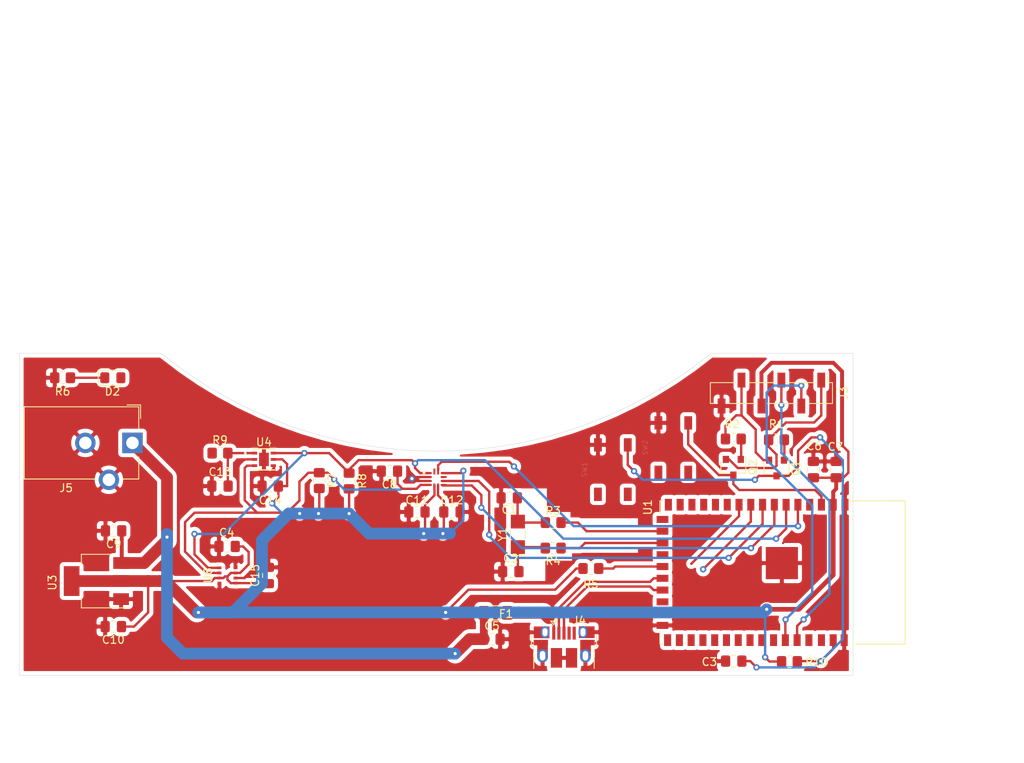
<source format=kicad_pcb>
(kicad_pcb (version 20171130) (host pcbnew 5.1.7-a382d34a8~87~ubuntu18.04.1)
  (layers (0 F.Cu signal) (31 B.Cu signal) (34 B.Paste user) (35 F.Paste user) (36 B.SilkS user) (37 F.SilkS user) (38 B.Mask user) (39 F.Mask user) (44 Edge.Cuts user))
  (net 0 "")
  (net 1 "Net-(C1-Pad2)")
  (net 2 GND)
  (net 3 "Net-(C2-Pad2)")
  (net 4 EN)
  (net 5 IO00)
  (net 6 "Net-(C8-Pad1)")
  (net 7 "Net-(D2-Pad1)")
  (net 8 IO01)
  (net 9 I2C_DATA)
  (net 10 MAG_DRDY)
  (net 11 IO07)
  (net 12 IO09)
  (net 13 IO11)
  (net 14 IO13)
  (net 15 IO15)
  (net 16 IO17)
  (net 17 I2C_CLK)
  (net 18 MAG_INT)
  (net 19 IO08)
  (net 20 IO10)
  (net 21 IO12)
  (net 22 IO14)
  (net 23 IO16)
  (net 24 IO18)
  (net 25 IO46)
  (net 26 UART_RX)
  (net 27 IO38)
  (net 28 IO36)
  (net 29 IO34)
  (net 30 IO26)
  (net 31 USB_D+)
  (net 32 IO45)
  (net 33 UART_TX)
  (net 34 IO37)
  (net 35 IO35)
  (net 36 IO33)
  (net 37 IO21)
  (net 38 USB_D-)
  (net 39 RTS)
  (net 40 DTR)
  (net 41 "Net-(J4-Pad4)")
  (net 42 "Net-(Q1-Pad1)")
  (net 43 "Net-(Q2-Pad1)")
  (net 44 "Net-(SW1-Pad3)")
  (net 45 "Net-(SW1-Pad1)")
  (net 46 "Net-(SW2-Pad3)")
  (net 47 "Net-(SW2-Pad1)")
  (net 48 "Net-(F1-Pad2)")
  (net 49 +5V)
  (net 50 +3V3)
  (net 51 TMS)
  (net 52 TDI)
  (net 53 TDO)
  (net 54 TCK)
  (net 55 "Net-(C13-Pad1)")
  (net 56 IO06)
  (module Capacitor_SMD:C_0805_2012Metric_Pad1.18x1.45mm_HandSolder (layer F.Cu) (at 142.11 134.29 90)
    (fp_text reference C15 (at 0 -1.68 90) (layer F.SilkS))
    (fp_text value 100nF)
    (pad 2 smd roundrect (at 1.0375 0 90) (size 1.175 1.45) (layers F.Cu F.Paste F.Mask) (roundrect_rratio 0.212766) (net 2 GND))
    (pad 1 smd roundrect (at -1.0375 0 90) (size 1.175 1.45) (layers F.Cu F.Paste F.Mask) (roundrect_rratio 0.212766) (net 50 +3V3))
  )
  (module Capacitor_SMD:C_0805_2012Metric_Pad1.18x1.45mm_HandSolder (layer F.Cu) (at 136.86 130.59 180)
    (fp_text reference C4 (at 0.0475 1.75) (layer F.SilkS))
    (fp_text value 100nF)
    (pad 2 smd roundrect (at 1.0375 0 180) (size 1.175 1.45) (layers F.Cu F.Paste F.Mask) (roundrect_rratio 0.212766) (net 2 GND))
    (pad 1 smd roundrect (at -1.0375 0 180) (size 1.175 1.45) (layers F.Cu F.Paste F.Mask) (roundrect_rratio 0.212766) (net 50 +3V3))
  )
  (module Package_LGA:Bosch_LGA-8_2.5x2.5mm_P0.65mm_ClockwisePinNumbering (layer F.Cu) (at 136.905 134.29 90)
    (fp_text reference U6 (at 0.015 -2.465 90) (layer F.SilkS))
    (fp_text value BME280)
    (pad 5 smd rect (at 0.975 1.025 180) (size 0.5 0.35) (layers F.Cu F.Paste F.Mask) (net 2 GND))
    (pad 6 smd rect (at 0.325 1.025 180) (size 0.5 0.35) (layers F.Cu F.Paste F.Mask) (net 50 +3V3))
    (pad 7 smd rect (at -0.325 1.025 180) (size 0.5 0.35) (layers F.Cu F.Paste F.Mask) (net 2 GND))
    (pad 8 smd rect (at -0.975 1.025 180) (size 0.5 0.35) (layers F.Cu F.Paste F.Mask) (net 50 +3V3))
    (pad 1 smd rect (at -0.975 -1.025 180) (size 0.5 0.35) (layers F.Cu F.Paste F.Mask) (net 2 GND))
    (pad 2 smd rect (at -0.325 -1.025 180) (size 0.5 0.35) (layers F.Cu F.Paste F.Mask) (net 50 +3V3))
    (pad 3 smd rect (at 0.325 -1.025 180) (size 0.5 0.35) (layers F.Cu F.Paste F.Mask) (net 9 I2C_DATA))
    (pad 4 smd rect (at 0.975 -1.025 180) (size 0.5 0.35) (layers F.Cu F.Paste F.Mask) (net 17 I2C_CLK))
  )
  (module Aperture_Nova:LIS3MDLTR (layer F.Cu) (at 163.5 122)
    (fp_text reference U2 (at 0.04657 -1.73221) (layer F.SilkS) (effects (font (size 0.48 0.48) (thickness 0.015))))
    (fp_text value LIS3MDLTR)
    (pad 1 smd rect (at -0.7625 -0.75) (size 0.75 0.25) (drill (offset -0.1875 0)) (layers F.Cu F.Paste) (net 17 I2C_CLK))
    (pad 2 smd rect (at -0.7625 -0.25) (size 0.75 0.25) (drill (offset -0.1875 0)) (layers F.Cu F.Paste) (net 2 GND))
    (pad 3 smd rect (at -0.7625 0.25) (size 0.75 0.25) (drill (offset -0.1875 0)) (layers F.Cu F.Paste) (net 2 GND))
    (pad 4 smd rect (at -0.7625 0.75) (size 0.75 0.25) (drill (offset -0.1875 0)) (layers F.Cu F.Paste) (net 6 "Net-(C8-Pad1)"))
    (pad 5 smd rect (at -0.2413 0.7625) (size 0.25 0.75) (drill (offset 0 0.1875)) (layers F.Cu F.Paste) (net 50 +3V3))
    (pad 6 smd rect (at 0.2413 0.762) (size 0.25 0.75) (drill (offset 0 0.1875)) (layers F.Cu F.Paste) (net 50 +3V3))
    (pad 7 smd rect (at 0.7625 0.75) (size 0.75 0.25) (drill (offset 0.1875 0)) (layers F.Cu F.Paste) (net 18 MAG_INT))
    (pad 8 smd rect (at 0.7625 0.25) (size 0.75 0.25) (drill (offset 0.1875 0)) (layers F.Cu F.Paste) (net 10 MAG_DRDY))
    (pad 9 smd rect (at 0.7625 -0.25) (size 0.75 0.25) (drill (offset 0.1875 0)) (layers F.Cu F.Paste) (net 2 GND))
    (pad 10 smd rect (at 0.7625 -0.75) (size 0.75 0.25) (drill (offset 0.1875 0)) (layers F.Cu F.Paste) (net 50 +3V3))
    (pad 11 smd rect (at 0.2413 -0.762) (size 0.25 0.75) (drill (offset 0 -0.1875)) (layers F.Cu F.Paste) (net 9 I2C_DATA))
    (pad 12 smd rect (at -0.2413 -0.7625) (size 0.25 0.75) (drill (offset 0 -0.1875)) (layers F.Cu F.Paste) (net 2 GND))
  )
  (module Resistor_SMD:R_0805_2012Metric_Pad1.20x1.40mm_HandSolder (layer F.Cu) (at 208.5 145.25 180)
    (fp_text reference R10 (at -3.45 -0.1) (layer F.SilkS))
    (fp_text value "10k(1%)")
    (pad 2 smd roundrect (at 1 0 180) (size 1.2 1.4) (layers F.Cu F.Paste F.Mask) (roundrect_rratio 0.208333) (net 50 +3V3))
    (pad 1 smd roundrect (at -1 0 180) (size 1.2 1.4) (layers F.Cu F.Paste F.Mask) (roundrect_rratio 0.208333) (net 4 EN))
  )
  (module Capacitor_SMD:C_0805_2012Metric_Pad1.18x1.45mm_HandSolder (layer F.Cu) (at 201.4 145.2 180)
    (fp_text reference C3 (at 3.1 -0.1) (layer F.SilkS))
    (fp_text value 1uF)
    (pad 2 smd roundrect (at 1.0375 0 180) (size 1.175 1.45) (layers F.Cu F.Paste F.Mask) (roundrect_rratio 0.212766) (net 2 GND))
    (pad 1 smd roundrect (at -1.0375 0 180) (size 1.175 1.45) (layers F.Cu F.Paste F.Mask) (roundrect_rratio 0.212766) (net 4 EN))
  )
  (module Resistor_SMD:R_0805_2012Metric_Pad1.20x1.40mm_HandSolder (layer F.Cu) (at 135.95 118.7)
    (fp_text reference R9 (at 0 -1.65) (layer F.SilkS))
    (fp_text value 4.7)
    (pad 2 smd roundrect (at 1 0) (size 1.2 1.4) (layers F.Cu F.Paste F.Mask) (roundrect_rratio 0.208333) (net 55 "Net-(C13-Pad1)"))
    (pad 1 smd roundrect (at -1 0) (size 1.2 1.4) (layers F.Cu F.Paste F.Mask) (roundrect_rratio 0.208333) (net 50 +3V3))
  )
  (module Resistor_SMD:R_0805_2012Metric_Pad1.20x1.40mm_HandSolder (layer F.Cu) (at 152.4 122.25 270)
    (fp_text reference R8 (at 0 -1.65 90) (layer F.SilkS))
    (fp_text value 4.7k)
    (pad 2 smd roundrect (at 1 0 270) (size 1.2 1.4) (layers F.Cu F.Paste F.Mask) (roundrect_rratio 0.208333) (net 50 +3V3))
    (pad 1 smd roundrect (at -1 0 270) (size 1.2 1.4) (layers F.Cu F.Paste F.Mask) (roundrect_rratio 0.208333) (net 17 I2C_CLK))
  )
  (module Resistor_SMD:R_0805_2012Metric_Pad1.20x1.40mm_HandSolder (layer F.Cu) (at 148.6 122.2 270)
    (fp_text reference R7 (at 0 -1.65 90) (layer F.SilkS))
    (fp_text value 4.7k)
    (pad 2 smd roundrect (at 1 0 270) (size 1.2 1.4) (layers F.Cu F.Paste F.Mask) (roundrect_rratio 0.208333) (net 50 +3V3))
    (pad 1 smd roundrect (at -1 0 270) (size 1.2 1.4) (layers F.Cu F.Paste F.Mask) (roundrect_rratio 0.208333) (net 9 I2C_DATA))
  )
  (module Capacitor_SMD:C_0805_2012Metric_Pad1.18x1.45mm_HandSolder (layer F.Cu) (at 142.35 122.9 180)
    (fp_text reference C14 (at 0 -1.8) (layer F.SilkS))
    (fp_text value 1uF)
    (pad 2 smd roundrect (at 1.0375 0 180) (size 1.175 1.45) (layers F.Cu F.Paste F.Mask) (roundrect_rratio 0.212766) (net 2 GND))
    (pad 1 smd roundrect (at -1.0375 0 180) (size 1.175 1.45) (layers F.Cu F.Paste F.Mask) (roundrect_rratio 0.212766) (net 50 +3V3))
  )
  (module Capacitor_SMD:C_0805_2012Metric_Pad1.18x1.45mm_HandSolder (layer F.Cu) (at 135.95 122.9 180)
    (fp_text reference C13 (at 0 1.8) (layer F.SilkS))
    (fp_text value 1uF)
    (pad 2 smd roundrect (at 1.0375 0 180) (size 1.175 1.45) (layers F.Cu F.Paste F.Mask) (roundrect_rratio 0.212766) (net 2 GND))
    (pad 1 smd roundrect (at -1.0375 0 180) (size 1.175 1.45) (layers F.Cu F.Paste F.Mask) (roundrect_rratio 0.212766) (net 55 "Net-(C13-Pad1)"))
  )
  (module Connector_BarrelJack:BarrelJack_CUI_PJ-102AH_Horizontal (layer F.Cu) (at 124.8 117.4 270)
    (fp_text reference J5 (at 5.75 8.45) (layer F.SilkS))
    (fp_text value Barrel_Jack_Switch)
    (pad 3 thru_hole circle (at 4.7 3 270) (size 2.6 2.6) (drill 1.6) (layers *.Cu *.Mask) (net 2 GND))
    (pad 2 thru_hole circle (at 0 6 270) (size 2.6 2.6) (drill 1.6) (layers *.Cu *.Mask) (net 2 GND))
    (pad 1 thru_hole rect (at 0 0 270) (size 2.6 2.6) (drill 1.6) (layers *.Cu *.Mask) (net 49 +5V))
  )
  (module Fuse:Fuse_1206_3216Metric_Pad1.42x1.75mm_HandSolder (layer F.Cu) (at 171.05 139.05)
    (fp_text reference F1 (at 1.334999 0.124999) (layer F.SilkS))
    (fp_text value MF-NSMF110 hide)
    (pad 2 smd roundrect (at 1.4875 0) (size 1.425 1.75) (layers F.Cu F.Paste F.Mask) (roundrect_rratio 0.175439) (net 48 "Net-(F1-Pad2)"))
    (pad 1 smd roundrect (at -1.4875 0) (size 1.425 1.75) (layers F.Cu F.Paste F.Mask) (roundrect_rratio 0.175439) (net 49 +5V))
  )
  (module Crystal:Crystal_SMD_G8-2Pin_3.2x1.5mm_HandSoldering (layer F.Cu) (at 173.9 129.05 90)
    (fp_text reference Y1 (at 0 -1.95 90) (layer F.SilkS))
    (fp_text value "32.768kHz (ESR < 70 kΩ)" hide)
    (pad 2 smd rect (at 1.625 0 90) (size 1.75 1.8) (layers F.Cu F.Paste F.Mask) (net 1 "Net-(C1-Pad2)"))
    (pad 1 smd rect (at -1.625 0 90) (size 1.75 1.8) (layers F.Cu F.Paste F.Mask) (net 3 "Net-(C2-Pad2)"))
  )
  (module Package_TO_SOT_SMD:SOT-223-3_TabPin2 (layer F.Cu) (at 120.2 135 180)
    (fp_text reference U3 (at 5.6 -0.2 90) (layer F.SilkS))
    (fp_text value TLV1117LV33DCYR hide)
    (pad 1 smd rect (at -3.15 -2.3 180) (size 2 1.5) (layers F.Cu F.Paste F.Mask) (net 2 GND))
    (pad 3 smd rect (at -3.15 2.3 180) (size 2 1.5) (layers F.Cu F.Paste F.Mask) (net 49 +5V))
    (pad 2 smd rect (at -3.15 0 180) (size 2 1.5) (layers F.Cu F.Paste F.Mask) (net 50 +3V3))
    (pad 2 smd rect (at 3.15 0 180) (size 2 3.8) (layers F.Cu F.Paste F.Mask) (net 50 +3V3))
  )
  (module RF_Module:ESP32-S2-WROVER (layer F.Cu) (at 203.8 133.9 270)
    (fp_text reference U1 (at -8.3 13.35 90) (layer F.SilkS))
    (fp_text value ESP32-S2-WROVER)
    (pad 1 smd rect (at -8.625 -11.775 270) (size 1.5 0.9) (layers F.Cu F.Paste F.Mask) (net 2 GND))
    (pad 15 smd rect (at -8.625 9.225 90) (size 1.5 0.9) (layers F.Cu F.Paste F.Mask) (net 21 IO12))
    (pad 16 smd rect (at -8.625 10.725 90) (size 1.5 0.9) (layers F.Cu F.Paste F.Mask) (net 14 IO13))
    (pad 17 smd rect (at -6.75 11.475 270) (size 0.9 1.5) (layers F.Cu F.Paste F.Mask) (net 22 IO14))
    (pad 18 smd rect (at -5.25 11.475 270) (size 0.9 1.5) (layers F.Cu F.Paste F.Mask) (net 15 IO15))
    (pad 19 smd rect (at -3.75 11.475 270) (size 0.9 1.5) (layers F.Cu F.Paste F.Mask) (net 23 IO16))
    (pad 20 smd rect (at -2.25 11.475 270) (size 0.9 1.5) (layers F.Cu F.Paste F.Mask) (net 16 IO17))
    (pad 21 smd rect (at -0.75 11.475 270) (size 0.9 1.5) (layers F.Cu F.Paste F.Mask) (net 24 IO18))
    (pad 22 smd rect (at 0.75 11.475 270) (size 0.9 1.5) (layers F.Cu F.Paste F.Mask) (net 38 USB_D-))
    (pad 23 smd rect (at 2.25 11.475 270) (size 0.9 1.5) (layers F.Cu F.Paste F.Mask) (net 31 USB_D+))
    (pad 24 smd rect (at 3.75 11.475 270) (size 0.9 1.5) (layers F.Cu F.Paste F.Mask) (net 37 IO21))
    (pad 2 smd rect (at -8.625 -10.275 270) (size 1.5 0.9) (layers F.Cu F.Paste F.Mask) (net 50 +3V3))
    (pad 3 smd rect (at -8.625 -8.775 270) (size 1.5 0.9) (layers F.Cu F.Paste F.Mask) (net 5 IO00))
    (pad 4 smd rect (at -8.625 -7.275 270) (size 1.5 0.9) (layers F.Cu F.Paste F.Mask) (net 8 IO01))
    (pad 5 smd rect (at -8.625 -5.775 270) (size 1.5 0.9) (layers F.Cu F.Paste F.Mask) (net 9 I2C_DATA))
    (pad 6 smd rect (at -8.625 -4.275 270) (size 1.5 0.9) (layers F.Cu F.Paste F.Mask) (net 17 I2C_CLK))
    (pad 7 smd rect (at -8.625 -2.775 270) (size 1.5 0.9) (layers F.Cu F.Paste F.Mask) (net 18 MAG_INT))
    (pad 8 smd rect (at -8.625 -1.275 270) (size 1.5 0.9) (layers F.Cu F.Paste F.Mask) (net 10 MAG_DRDY))
    (pad 9 smd rect (at -8.625 0.225 270) (size 1.5 0.9) (layers F.Cu F.Paste F.Mask) (net 56 IO06))
    (pad 10 smd rect (at -8.625 1.725 270) (size 1.5 0.9) (layers F.Cu F.Paste F.Mask) (net 11 IO07))
    (pad 11 smd rect (at -8.625 3.225 270) (size 1.5 0.9) (layers F.Cu F.Paste F.Mask) (net 19 IO08))
    (pad 12 smd rect (at -8.625 4.725 270) (size 1.5 0.9) (layers F.Cu F.Paste F.Mask) (net 12 IO09))
    (pad 13 smd rect (at -8.625 6.225 270) (size 1.5 0.9) (layers F.Cu F.Paste F.Mask) (net 20 IO10))
    (pad 14 smd rect (at -8.625 7.725 270) (size 1.5 0.9) (layers F.Cu F.Paste F.Mask) (net 13 IO11))
    (pad 38 smd rect (at 8.625 -5.675 270) (size 1.5 0.9) (layers F.Cu F.Paste F.Mask) (net 26 UART_RX))
    (pad 37 smd rect (at 8.625 -4.175 270) (size 1.5 0.9) (layers F.Cu F.Paste F.Mask) (net 33 UART_TX))
    (pad 36 smd rect (at 8.625 -2.675 270) (size 1.5 0.9) (layers F.Cu F.Paste F.Mask) (net 51 TMS))
    (pad 35 smd rect (at 8.625 -1.175 270) (size 1.5 0.9) (layers F.Cu F.Paste F.Mask) (net 52 TDI))
    (pad 34 smd rect (at 8.625 0.325 270) (size 1.5 0.9) (layers F.Cu F.Paste F.Mask) (net 53 TDO))
    (pad 33 smd rect (at 8.625 1.825 270) (size 1.5 0.9) (layers F.Cu F.Paste F.Mask) (net 54 TCK))
    (pad 32 smd rect (at 8.625 3.325 270) (size 1.5 0.9) (layers F.Cu F.Paste F.Mask) (net 27 IO38))
    (pad 31 smd rect (at 8.625 4.825 270) (size 1.5 0.9) (layers F.Cu F.Paste F.Mask) (net 34 IO37))
    (pad 30 smd rect (at 8.625 6.325 270) (size 1.5 0.9) (layers F.Cu F.Paste F.Mask) (net 28 IO36))
    (pad 29 smd rect (at 8.625 7.825 270) (size 1.5 0.9) (layers F.Cu F.Paste F.Mask) (net 35 IO35))
    (pad 28 smd rect (at 8.625 9.325 270) (size 1.5 0.9) (layers F.Cu F.Paste F.Mask) (net 29 IO34))
    (pad 27 smd rect (at 8.625 10.825 270) (size 1.5 0.9) (layers F.Cu F.Paste F.Mask) (net 36 IO33))
    (pad 26 smd rect (at 6.75 11.475 270) (size 0.9 1.5) (layers F.Cu F.Paste F.Mask) (net 2 GND))
    (pad 25 smd rect (at 5.25 11.475 270) (size 0.9 1.5) (layers F.Cu F.Paste F.Mask) (net 30 IO26))
    (pad 39 smd rect (at 8.625 -7.175 270) (size 1.5 0.9) (layers F.Cu F.Paste F.Mask) (net 32 IO45))
    (pad 40 smd rect (at 8.625 -8.775 270) (size 1.5 0.9) (layers F.Cu F.Paste F.Mask) (net 25 IO46))
    (pad 41 smd rect (at 8.625 -10.275 270) (size 1.5 0.9) (layers F.Cu F.Paste F.Mask) (net 4 EN))
    (pad 42 smd rect (at 8.625 -11.675 270) (size 1.5 0.9) (layers F.Cu F.Paste F.Mask) (net 2 GND))
    (pad 43 smd rect (at -1.19 -3.735 270) (size 4.1 4.1) (layers F.Cu F.Paste F.Mask) (net 2 GND))
  )
  (module Aperture_Nova:TL3342F160QG_TR (layer F.Cu) (at 193.7 118 90)
    (fp_text reference SW2 (at 0 -3.6 90) (layer F.SilkS) (effects (font (size 0.640782 0.640782) (thickness 0.015))))
    (fp_text value TL3342F160QG_TR hide)
    (pad 3 smd rect (at -3.15 -1.9 90) (size 1.7 1) (layers F.Cu F.Paste F.Mask) (net 46 "Net-(SW2-Pad3)"))
    (pad 1 smd rect (at -3.15 1.9 90) (size 1.7 1) (layers F.Cu F.Paste F.Mask) (net 47 "Net-(SW2-Pad1)"))
    (pad 4 smd rect (at 3.15 -1.9 90) (size 1.7 1) (layers F.Cu F.Paste F.Mask) (net 2 GND))
    (pad 2 smd rect (at 3.15 1.9 90) (size 1.7 1) (layers F.Cu F.Paste F.Mask) (net 5 IO00))
  )
  (module Aperture_Nova:TL3342F160QG_TR (layer F.Cu) (at 186 120.8 90)
    (fp_text reference SW1 (at 0 -3.6 90) (layer F.SilkS) (effects (font (size 0.640782 0.640782) (thickness 0.015))))
    (fp_text value TL3342F160QG_TR hide)
    (pad 3 smd rect (at -3.15 -1.9 90) (size 1.7 1) (layers F.Cu F.Paste F.Mask) (net 44 "Net-(SW1-Pad3)"))
    (pad 1 smd rect (at -3.15 1.9 90) (size 1.7 1) (layers F.Cu F.Paste F.Mask) (net 45 "Net-(SW1-Pad1)"))
    (pad 4 smd rect (at 3.15 -1.9 90) (size 1.7 1) (layers F.Cu F.Paste F.Mask) (net 2 GND))
    (pad 2 smd rect (at 3.15 1.9 90) (size 1.7 1) (layers F.Cu F.Paste F.Mask) (net 4 EN))
  )
  (module Resistor_SMD:R_0805_2012Metric_Pad1.20x1.40mm_HandSolder (layer F.Cu) (at 115.9 109.1 180)
    (fp_text reference R6 (at 0 -1.75) (layer F.SilkS))
    (fp_text value 5.1K)
    (pad 2 smd roundrect (at 1 0 180) (size 1.2 1.4) (layers F.Cu F.Paste F.Mask) (roundrect_rratio 0.208333) (net 2 GND))
    (pad 1 smd roundrect (at -1 0 180) (size 1.2 1.4) (layers F.Cu F.Paste F.Mask) (roundrect_rratio 0.208333) (net 7 "Net-(D2-Pad1)"))
  )
  (module Resistor_SMD:R_0805_2012Metric_Pad1.20x1.40mm_HandSolder (layer F.Cu) (at 183.2 133.4)
    (fp_text reference R5 (at 0 2) (layer F.SilkS))
    (fp_text value 10K)
    (pad 2 smd roundrect (at 1 0) (size 1.2 1.4) (layers F.Cu F.Paste F.Mask) (roundrect_rratio 0.208333) (net 24 IO18))
    (pad 1 smd roundrect (at -1 0) (size 1.2 1.4) (layers F.Cu F.Paste F.Mask) (roundrect_rratio 0.208333) (net 50 +3V3))
  )
  (module Resistor_SMD:R_0805_2012Metric_Pad1.20x1.40mm_HandSolder (layer F.Cu) (at 178.4 130.8 180)
    (fp_text reference R4 (at 0 -1.65) (layer F.SilkS))
    (fp_text value 0 hide)
    (pad 2 smd roundrect (at 1 0 180) (size 1.2 1.4) (layers F.Cu F.Paste F.Mask) (roundrect_rratio 0.208333) (net 3 "Net-(C2-Pad2)"))
    (pad 1 smd roundrect (at -1 0 180) (size 1.2 1.4) (layers F.Cu F.Paste F.Mask) (roundrect_rratio 0.208333) (net 23 IO16))
  )
  (module Resistor_SMD:R_0805_2012Metric_Pad1.20x1.40mm_HandSolder (layer F.Cu) (at 178.4 127.55 180)
    (fp_text reference R3 (at 0 1.5) (layer F.SilkS))
    (fp_text value 0 hide)
    (pad 2 smd roundrect (at 1 0 180) (size 1.2 1.4) (layers F.Cu F.Paste F.Mask) (roundrect_rratio 0.208333) (net 1 "Net-(C1-Pad2)"))
    (pad 1 smd roundrect (at -1 0 180) (size 1.2 1.4) (layers F.Cu F.Paste F.Mask) (roundrect_rratio 0.208333) (net 15 IO15))
  )
  (module Resistor_SMD:R_0805_2012Metric_Pad1.20x1.40mm_HandSolder (layer F.Cu) (at 201.35 116.9 180)
    (fp_text reference R2 (at 0.15 1.9) (layer F.SilkS))
    (fp_text value "10K(1%)")
    (pad 1 smd roundrect (at -1 0 180) (size 1.2 1.4) (layers F.Cu F.Paste F.Mask) (roundrect_rratio 0.208333) (net 43 "Net-(Q2-Pad1)"))
    (pad 2 smd roundrect (at 1 0 180) (size 1.2 1.4) (layers F.Cu F.Paste F.Mask) (roundrect_rratio 0.208333) (net 39 RTS))
  )
  (module Resistor_SMD:R_0805_2012Metric_Pad1.20x1.40mm_HandSolder (layer F.Cu) (at 206.85 117 180)
    (fp_text reference R1 (at 0 2) (layer F.SilkS))
    (fp_text value "10K(1%)")
    (pad 2 smd roundrect (at 1 0 180) (size 1.2 1.4) (layers F.Cu F.Paste F.Mask) (roundrect_rratio 0.208333) (net 40 DTR))
    (pad 1 smd roundrect (at -1 0 180) (size 1.2 1.4) (layers F.Cu F.Paste F.Mask) (roundrect_rratio 0.208333) (net 42 "Net-(Q1-Pad1)"))
  )
  (module Package_TO_SOT_SMD:SOT-23 (layer F.Cu) (at 201.35 120.5 270)
    (fp_text reference Q2 (at 0 -2.5 90) (layer F.SilkS))
    (fp_text value MMBT3904)
    (pad 1 smd rect (at -1 -0.95 270) (size 0.9 0.8) (layers F.Cu F.Paste F.Mask) (net 43 "Net-(Q2-Pad1)"))
    (pad 2 smd rect (at -1 0.95 270) (size 0.9 0.8) (layers F.Cu F.Paste F.Mask) (net 40 DTR))
    (pad 3 smd rect (at 1 0 270) (size 0.9 0.8) (layers F.Cu F.Paste F.Mask) (net 5 IO00))
  )
  (module Package_TO_SOT_SMD:SOT-23 (layer F.Cu) (at 206.85 120.6 270)
    (fp_text reference Q1 (at 0 -2.5 90) (layer F.SilkS))
    (fp_text value MMBT3904)
    (pad 3 smd rect (at 1 0 270) (size 0.9 0.8) (layers F.Cu F.Paste F.Mask) (net 4 EN))
    (pad 2 smd rect (at -1 0.95 270) (size 0.9 0.8) (layers F.Cu F.Paste F.Mask) (net 39 RTS))
    (pad 1 smd rect (at -1 -0.95 270) (size 0.9 0.8) (layers F.Cu F.Paste F.Mask) (net 42 "Net-(Q1-Pad1)"))
  )
  (module Connector_USB:USB_Micro-B_Amphenol_10103594-0001LF_Horizontal (layer F.Cu) (at 179.8 143.4)
    (fp_text reference J4 (at 1.925 -3.365) (layer F.SilkS))
    (fp_text value USB_B_Micro)
    (pad 6 smd rect (at 0.935 1.385 90) (size 2.5 1.43) (layers F.Cu F.Paste F.Mask) (net 2 GND))
    (pad 6 smd rect (at -0.985 1.385 90) (size 2.5 1.43) (layers F.Cu F.Paste F.Mask) (net 2 GND))
    (pad 6 thru_hole oval (at 2.705 1.115 90) (size 1.7 1.35) (drill oval 1.2 0.7) (layers *.Cu *.Mask) (net 2 GND))
    (pad 6 thru_hole oval (at -2.755 1.115 90) (size 1.7 1.35) (drill oval 1.2 0.7) (layers *.Cu *.Mask) (net 2 GND))
    (pad 6 thru_hole oval (at 2.395 -1.885 90) (size 1.5 1.1) (drill oval 1.05 0.65) (layers *.Cu *.Mask) (net 2 GND))
    (pad 6 thru_hole oval (at -2.445 -1.885 90) (size 1.5 1.1) (drill oval 1.05 0.65) (layers *.Cu *.Mask) (net 2 GND))
    (pad 5 smd rect (at 1.275 -1.765 90) (size 1.65 0.4) (layers F.Cu F.Paste F.Mask) (net 2 GND))
    (pad 4 smd rect (at 0.625 -1.765 90) (size 1.65 0.4) (layers F.Cu F.Paste F.Mask) (net 41 "Net-(J4-Pad4)"))
    (pad 3 smd rect (at -0.025 -1.765 90) (size 1.65 0.4) (layers F.Cu F.Paste F.Mask) (net 31 USB_D+))
    (pad 2 smd rect (at -0.675 -1.765 90) (size 1.65 0.4) (layers F.Cu F.Paste F.Mask) (net 38 USB_D-))
    (pad 1 smd rect (at -1.325 -1.765 90) (size 1.65 0.4) (layers F.Cu F.Paste F.Mask) (net 48 "Net-(F1-Pad2)"))
    (pad 6 smd rect (at 2.875 -1.885) (size 2 1.5) (layers F.Cu F.Paste F.Mask) (net 2 GND))
    (pad 6 smd rect (at -2.875 -1.865) (size 2 1.5) (layers F.Cu F.Paste F.Mask) (net 2 GND))
    (pad 6 smd rect (at 2.975 -0.565) (size 1.825 0.7) (layers F.Cu F.Paste F.Mask) (net 2 GND))
    (pad 6 smd rect (at -2.975 -0.565) (size 1.825 0.7) (layers F.Cu F.Paste F.Mask) (net 2 GND))
    (pad 6 smd rect (at -2.755 0.185) (size 1.35 2) (layers F.Cu F.Paste F.Mask) (net 2 GND))
    (pad 6 smd rect (at 2.725 0.185) (size 1.35 2) (layers F.Cu F.Paste F.Mask) (net 2 GND))
  )
  (module Connector_PinSocket_2.54mm:PinSocket_1x06_P2.54mm_Vertical_SMD_Pin1Left (layer F.Cu) (at 206.2 111.05 270)
    (fp_text reference J3 (at 0 -9.22 90) (layer F.SilkS))
    (fp_text value Conn_01x06)
    (pad 6 smd rect (at 1.65 6.35 270) (size 1.9 1) (layers F.Cu F.Paste F.Mask) (net 2 GND))
    (pad 4 smd rect (at 1.65 1.27 270) (size 1.9 1) (layers F.Cu F.Paste F.Mask) (net 50 +3V3))
    (pad 2 smd rect (at 1.65 -3.81 270) (size 1.9 1) (layers F.Cu F.Paste F.Mask) (net 33 UART_TX))
    (pad 5 smd rect (at -1.65 3.81 270) (size 1.9 1) (layers F.Cu F.Paste F.Mask) (net 39 RTS))
    (pad 3 smd rect (at -1.65 -1.27 270) (size 1.9 1) (layers F.Cu F.Paste F.Mask) (net 26 UART_RX))
    (pad 1 smd rect (at -1.65 -6.35 270) (size 1.9 1) (layers F.Cu F.Paste F.Mask) (net 40 DTR))
  )
  (module LED_SMD:LED_0805_2012Metric_Pad1.15x1.40mm_HandSolder (layer F.Cu) (at 122.3 109.1)
    (fp_text reference D2 (at -0.05 1.75) (layer F.SilkS))
    (fp_text value LED)
    (pad 2 smd roundrect (at 1.025 0) (size 1.15 1.4) (layers F.Cu F.Paste F.Mask) (roundrect_rratio 0.217391) (net 50 +3V3))
    (pad 1 smd roundrect (at -1.025 0) (size 1.15 1.4) (layers F.Cu F.Paste F.Mask) (roundrect_rratio 0.217391) (net 7 "Net-(D2-Pad1)"))
  )
  (module Capacitor_SMD:C_0805_2012Metric_Pad1.18x1.45mm_HandSolder (layer F.Cu) (at 165.5 126.2)
    (fp_text reference C12 (at 0 -1.5) (layer F.SilkS))
    (fp_text value 1uF)
    (pad 2 smd roundrect (at 1.0375 0) (size 1.175 1.45) (layers F.Cu F.Paste F.Mask) (roundrect_rratio 0.212766) (net 2 GND))
    (pad 1 smd roundrect (at -1.0375 0) (size 1.175 1.45) (layers F.Cu F.Paste F.Mask) (roundrect_rratio 0.212766) (net 50 +3V3))
  )
  (module Capacitor_SMD:C_0805_2012Metric_Pad1.18x1.45mm_HandSolder (layer F.Cu) (at 161.0375 126.2 180)
    (fp_text reference C11 (at 0 1.5) (layer F.SilkS))
    (fp_text value 100nF)
    (pad 2 smd roundrect (at 1.0375 0 180) (size 1.175 1.45) (layers F.Cu F.Paste F.Mask) (roundrect_rratio 0.212766) (net 2 GND))
    (pad 1 smd roundrect (at -1.0375 0 180) (size 1.175 1.45) (layers F.Cu F.Paste F.Mask) (roundrect_rratio 0.212766) (net 50 +3V3))
  )
  (module Capacitor_SMD:C_0805_2012Metric_Pad1.18x1.45mm_HandSolder (layer F.Cu) (at 122.3625 140.8 180)
    (fp_text reference C10 (at 0 -1.68) (layer F.SilkS))
    (fp_text value "1uF(X5R)")
    (pad 2 smd roundrect (at 1.0375 0 180) (size 1.175 1.45) (layers F.Cu F.Paste F.Mask) (roundrect_rratio 0.212766) (net 2 GND))
    (pad 1 smd roundrect (at -1.0375 0 180) (size 1.175 1.45) (layers F.Cu F.Paste F.Mask) (roundrect_rratio 0.212766) (net 50 +3V3))
  )
  (module Capacitor_SMD:C_0805_2012Metric_Pad1.18x1.45mm_HandSolder (layer F.Cu) (at 122.4 128.6 180)
    (fp_text reference C9 (at 0 -1.68) (layer F.SilkS))
    (fp_text value 1uF)
    (pad 2 smd roundrect (at 1.0375 0 180) (size 1.175 1.45) (layers F.Cu F.Paste F.Mask) (roundrect_rratio 0.212766) (net 2 GND))
    (pad 1 smd roundrect (at -1.0375 0 180) (size 1.175 1.45) (layers F.Cu F.Paste F.Mask) (roundrect_rratio 0.212766) (net 49 +5V))
  )
  (module Capacitor_SMD:C_0805_2012Metric_Pad1.18x1.45mm_HandSolder (layer F.Cu) (at 157.5375 121 180)
    (fp_text reference C8 (at 0 -1.68) (layer F.SilkS))
    (fp_text value 100nF)
    (pad 2 smd roundrect (at 1.0375 0 180) (size 1.175 1.45) (layers F.Cu F.Paste F.Mask) (roundrect_rratio 0.212766) (net 2 GND))
    (pad 1 smd roundrect (at -1.0375 0 180) (size 1.175 1.45) (layers F.Cu F.Paste F.Mask) (roundrect_rratio 0.212766) (net 6 "Net-(C8-Pad1)"))
  )
  (module Capacitor_SMD:C_0805_2012Metric_Pad1.18x1.45mm_HandSolder (layer F.Cu) (at 214.45 120.8 90)
    (fp_text reference C7 (at 2.9 -0.1 180) (layer F.SilkS))
    (fp_text value 0.1uF)
    (pad 2 smd roundrect (at 1.0375 0 90) (size 1.175 1.45) (layers F.Cu F.Paste F.Mask) (roundrect_rratio 0.212766) (net 2 GND))
    (pad 1 smd roundrect (at -1.0375 0 90) (size 1.175 1.45) (layers F.Cu F.Paste F.Mask) (roundrect_rratio 0.212766) (net 50 +3V3))
  )
  (module Capacitor_SMD:C_0805_2012Metric_Pad1.18x1.45mm_HandSolder (layer F.Cu) (at 211.55 120.8 90)
    (fp_text reference C6 (at 3 0.1 180) (layer F.SilkS))
    (fp_text value 22uF)
    (pad 2 smd roundrect (at 1.0375 0 90) (size 1.175 1.45) (layers F.Cu F.Paste F.Mask) (roundrect_rratio 0.212766) (net 2 GND))
    (pad 1 smd roundrect (at -1.0375 0 90) (size 1.175 1.45) (layers F.Cu F.Paste F.Mask) (roundrect_rratio 0.212766) (net 50 +3V3))
  )
  (module Capacitor_SMD:C_0805_2012Metric_Pad1.18x1.45mm_HandSolder (layer F.Cu) (at 170.6 142.4)
    (fp_text reference C5 (at 0 -1.68) (layer F.SilkS))
    (fp_text value "10uF/25V(20%)" hide)
    (pad 2 smd roundrect (at 1.0375 0) (size 1.175 1.45) (layers F.Cu F.Paste F.Mask) (roundrect_rratio 0.212766) (net 2 GND))
    (pad 1 smd roundrect (at -1.0375 0) (size 1.175 1.45) (layers F.Cu F.Paste F.Mask) (roundrect_rratio 0.212766) (net 49 +5V))
  )
  (module Capacitor_SMD:C_0805_2012Metric_Pad1.18x1.45mm_HandSolder (layer F.Cu) (at 173 133.8)
    (fp_text reference C2 (at 0 -1.68) (layer F.SilkS))
    (fp_text value 22uF hide)
    (pad 2 smd roundrect (at 1.0375 0) (size 1.175 1.45) (layers F.Cu F.Paste F.Mask) (roundrect_rratio 0.212766) (net 3 "Net-(C2-Pad2)"))
    (pad 1 smd roundrect (at -1.0375 0) (size 1.175 1.45) (layers F.Cu F.Paste F.Mask) (roundrect_rratio 0.212766) (net 2 GND))
  )
  (module Capacitor_SMD:C_0805_2012Metric_Pad1.18x1.45mm_HandSolder (layer F.Cu) (at 172.8 124.4)
    (fp_text reference C1 (at 0 1.5) (layer F.SilkS))
    (fp_text value 22uF hide)
    (pad 2 smd roundrect (at 1.0375 0) (size 1.175 1.45) (layers F.Cu F.Paste F.Mask) (roundrect_rratio 0.212766) (net 1 "Net-(C1-Pad2)"))
    (pad 1 smd roundrect (at -1.0375 0) (size 1.175 1.45) (layers F.Cu F.Paste F.Mask) (roundrect_rratio 0.212766) (net 2 GND))
  )
  (module Aperture_Nova:SGP30-2.5K (layer F.Cu) (at 141.55 119.5)
    (fp_text reference U4 (at 0 -2.2) (layer F.SilkS))
    (fp_text value SGP30-2.5K hide)
    (pad 1 smd rect (at -1.1938 -0.800001) (size 0.6604 0.3556) (layers F.Cu F.Paste F.Mask) (net 55 "Net-(C13-Pad1)"))
    (pad 2 smd rect (at -1.1938 0) (size 0.6604 0.3556) (layers F.Cu F.Paste F.Mask) (net 2 GND))
    (pad 3 smd rect (at -1.1938 0.800001) (size 0.6604 0.3556) (layers F.Cu F.Paste F.Mask) (net 9 I2C_DATA))
    (pad 4 smd rect (at 1.1938 0.800001) (size 0.6604 0.3556) (layers F.Cu F.Paste F.Mask) (net 2 GND))
    (pad 5 smd rect (at 1.1938 0) (size 0.6604 0.3556) (layers F.Cu F.Paste F.Mask) (net 50 +3V3))
    (pad 6 smd rect (at 1.1938 -0.800001) (size 0.6604 0.3556) (layers F.Cu F.Paste F.Mask) (net 17 I2C_CLK))
    (pad 7 smd rect (at 0 0) (size 1.2446 1.7018) (layers F.Cu F.Paste F.Mask) (net 2 GND))
  )
  (gr_line (start 110.4 106) (end 128.5 106) (layer Edge.Cuts) (width 0.05))
  (gr_line (start 216.6 147) (end 216.6 106) (layer Edge.Cuts) (width 0.05))
  (gr_line (start 110.4 147) (end 216.6 147) (layer Edge.Cuts) (width 0.05))
  (gr_line (start 110.4 106) (end 110.4 147) (layer Edge.Cuts) (width 0.05))
  (gr_line (start 198.5 106) (end 216.6 106) (layer Edge.Cuts) (width 0.05))
  (gr_arc (start 163.5 63) (end 128.5 106) (angle -78.28797283) (layer Edge.Cuts) (width 0.05))
  (segment (start 173.8625 127.3875) (end 173.9 127.425) (width 0.3) (layer F.Cu) (net 1))
  (segment (start 173.8625 124.55) (end 173.8625 127.3875) (width 0.3) (layer F.Cu) (net 1))
  (segment (start 174.025 127.55) (end 173.9 127.425) (width 0.3) (layer F.Cu) (net 1))
  (segment (start 177.4 127.55) (end 174.025 127.55) (width 0.3) (layer F.Cu) (net 1))
  (segment (start 140.3562 119.5) (end 139.4 119.5) (width 0.3) (layer F.Cu) (net 2))
  (segment (start 137.93 134.615) (end 139.085 134.615) (width 0.3) (layer F.Cu) (net 2))
  (segment (start 139.085 134.615) (end 139.5 134.2) (width 0.3) (layer F.Cu) (net 2))
  (segment (start 135.88 135.265) (end 135.88 136.48) (width 0.3) (layer F.Cu) (net 2))
  (segment (start 135.88 136.48) (end 137 137.6) (width 0.3) (layer F.Cu) (net 2))
  (segment (start 137.93 133.315) (end 137.93 132.53) (width 0.3) (layer F.Cu) (net 2))
  (via (at 160.4 121.95) (size 0.8) (drill 0.4) (layers F.Cu B.Cu) (net 2))
  (segment (start 162.7375 122.25) (end 160.7 122.25) (width 0.3) (layer F.Cu) (net 2))
  (segment (start 160.7 122.25) (end 160.4 121.95) (width 0.3) (layer F.Cu) (net 2))
  (segment (start 160.6 121.75) (end 160.4 121.95) (width 0.3) (layer F.Cu) (net 2))
  (segment (start 162.7375 121.75) (end 160.6 121.75) (width 0.3) (layer F.Cu) (net 2))
  (segment (start 173.9 133.5125) (end 173.8625 133.55) (width 0.3) (layer F.Cu) (net 3))
  (segment (start 173.9 130.675) (end 173.9 133.5125) (width 0.3) (layer F.Cu) (net 3))
  (segment (start 177.275 130.675) (end 177.4 130.8) (width 0.3) (layer F.Cu) (net 3))
  (segment (start 173.9 130.675) (end 177.275 130.675) (width 0.3) (layer F.Cu) (net 3))
  (segment (start 214.975 122.2625) (end 214.45 121.7375) (width 0.3) (layer F.Cu) (net 50))
  (segment (start 214.35 121.8375) (end 214.45 121.7375) (width 0.3) (layer F.Cu) (net 50))
  (segment (start 206.725 121.475) (end 206.85 121.6) (width 0.3) (layer F.Cu) (net 4))
  (via (at 212.5 145.2) (size 0.8) (drill 0.4) (layers F.Cu B.Cu) (net 4))
  (segment (start 214.075 143.625) (end 214.075 142.525) (width 0.3) (layer F.Cu) (net 4))
  (segment (start 212.5 145.2) (end 214.075 143.625) (width 0.3) (layer F.Cu) (net 4))
  (segment (start 209.55 145.2) (end 209.5 145.25) (width 0.3) (layer F.Cu) (net 4))
  (segment (start 212.5 145.2) (end 209.55 145.2) (width 0.3) (layer F.Cu) (net 4))
  (segment (start 212.5 145.2) (end 215.3 142.4) (width 0.3) (layer B.Cu) (net 4))
  (segment (start 215.3 142.4) (end 215.3 130.4) (width 0.3) (layer B.Cu) (net 4))
  (segment (start 215.3 130.4) (end 215.3 119.6) (width 0.3) (layer B.Cu) (net 4))
  (segment (start 215.3 119.6) (end 212.4 116.7) (width 0.3) (layer B.Cu) (net 4))
  (via (at 212.4 116.7) (size 0.8) (drill 0.4) (layers F.Cu B.Cu) (net 4))
  (segment (start 212.4 116.7) (end 211.3 116.7) (width 0.3) (layer F.Cu) (net 4))
  (segment (start 211.3 116.7) (end 209.6 118.4) (width 0.3) (layer F.Cu) (net 4))
  (segment (start 209.6 118.4) (end 209.6 120.4) (width 0.3) (layer F.Cu) (net 4))
  (segment (start 208.4 121.6) (end 206.85 121.6) (width 0.3) (layer F.Cu) (net 4))
  (segment (start 209.6 120.4) (end 208.4 121.6) (width 0.3) (layer F.Cu) (net 4))
  (segment (start 206.85 121.6) (end 204.6 121.6) (width 0.3) (layer F.Cu) (net 4))
  (via (at 204.1 122.1) (size 0.8) (drill 0.4) (layers F.Cu B.Cu) (net 4))
  (segment (start 204.6 121.6) (end 204.1 122.1) (width 0.3) (layer F.Cu) (net 4))
  (segment (start 204.1 122.1) (end 189.8 122.1) (width 0.3) (layer B.Cu) (net 4))
  (via (at 188.7 121) (size 0.8) (drill 0.4) (layers F.Cu B.Cu) (net 4))
  (segment (start 189.8 122.1) (end 188.7 121) (width 0.3) (layer B.Cu) (net 4))
  (segment (start 187.9 120.2) (end 187.9 117.65) (width 0.3) (layer F.Cu) (net 4))
  (segment (start 188.7 121) (end 187.9 120.2) (width 0.3) (layer F.Cu) (net 4))
  (segment (start 202.4375 145.2) (end 203.5 145.2) (width 0.3) (layer F.Cu) (net 4))
  (via (at 204.3 146) (size 0.8) (drill 0.4) (layers F.Cu B.Cu) (net 4))
  (segment (start 203.5 145.2) (end 204.3 146) (width 0.3) (layer F.Cu) (net 4))
  (segment (start 211.7 146) (end 212.5 145.2) (width 0.3) (layer B.Cu) (net 4))
  (segment (start 204.3 146) (end 211.7 146) (width 0.3) (layer B.Cu) (net 4))
  (segment (start 202.1 123.4) (end 211.75 123.4) (width 0.3) (layer F.Cu) (net 5))
  (segment (start 201.35 121.5) (end 201.35 122.65) (width 0.3) (layer F.Cu) (net 5))
  (segment (start 212.575 124.225) (end 212.575 125.275) (width 0.3) (layer F.Cu) (net 5))
  (segment (start 211.75 123.4) (end 212.575 124.225) (width 0.3) (layer F.Cu) (net 5))
  (segment (start 201.35 122.65) (end 202.1 123.4) (width 0.3) (layer F.Cu) (net 5))
  (segment (start 199.5 121.5) (end 201.35 121.5) (width 0.3) (layer F.Cu) (net 5))
  (segment (start 195.6 114.85) (end 195.6 117.6) (width 0.3) (layer F.Cu) (net 5))
  (segment (start 195.6 117.6) (end 199.5 121.5) (width 0.3) (layer F.Cu) (net 5))
  (segment (start 162.7375 122.75) (end 161.5 122.75) (width 0.3) (layer F.Cu) (net 6))
  (segment (start 161.5 122.75) (end 161 123.25) (width 0.3) (layer F.Cu) (net 6))
  (segment (start 161 123.25) (end 159.2 123.25) (width 0.3) (layer F.Cu) (net 6))
  (segment (start 158.575 122.625) (end 158.575 121) (width 0.3) (layer F.Cu) (net 6))
  (segment (start 159.2 123.25) (end 158.575 122.625) (width 0.3) (layer F.Cu) (net 6))
  (segment (start 116.9 109.1) (end 121.275 109.1) (width 0.3) (layer F.Cu) (net 7))
  (via (at 209.6 128) (size 0.8) (drill 0.4) (layers F.Cu B.Cu) (net 9))
  (segment (start 209.575 127.975) (end 209.6 128) (width 0.3) (layer F.Cu) (net 9))
  (segment (start 209.575 125.275) (end 209.575 127.975) (width 0.3) (layer F.Cu) (net 9))
  (segment (start 181 128) (end 180.2 127.2) (width 0.3) (layer B.Cu) (net 9))
  (segment (start 209.6 128) (end 181 128) (width 0.3) (layer B.Cu) (net 9))
  (segment (start 180.2 127.2) (end 173.4 120.4) (width 0.3) (layer B.Cu) (net 9))
  (segment (start 173.4 120.4) (end 173.4 120.4) (width 0.3) (layer B.Cu) (net 9))
  (via (at 173.4 120.4) (size 0.8) (drill 0.4) (layers F.Cu B.Cu) (net 9))
  (segment (start 173.4 120.4) (end 172.8 119.8) (width 0.3) (layer F.Cu) (net 9))
  (segment (start 163.7413 120.822938) (end 163.736901 120.827337) (width 0.3) (layer F.Cu) (net 9))
  (segment (start 163.7413 120.2587) (end 163.7413 120.822938) (width 0.3) (layer F.Cu) (net 9))
  (segment (start 172.8 119.8) (end 164.2 119.8) (width 0.3) (layer F.Cu) (net 9))
  (segment (start 164.2 119.8) (end 163.7413 120.2587) (width 0.3) (layer F.Cu) (net 9))
  (segment (start 146.07 122.34) (end 147.21 121.2) (width 0.3) (layer F.Cu) (net 9))
  (segment (start 146.07 124.75) (end 146.07 122.34) (width 0.3) (layer F.Cu) (net 9))
  (segment (start 139.399999 120.300001) (end 139.1 120.6) (width 0.3) (layer F.Cu) (net 9))
  (segment (start 139.1 124.71) (end 140.68 126.29) (width 0.3) (layer F.Cu) (net 9))
  (segment (start 144.53 126.29) (end 146.07 124.75) (width 0.3) (layer F.Cu) (net 9))
  (segment (start 140.3562 120.300001) (end 139.399999 120.300001) (width 0.3) (layer F.Cu) (net 9))
  (segment (start 139.1 120.6) (end 139.1 124.71) (width 0.3) (layer F.Cu) (net 9))
  (segment (start 147.21 121.2) (end 148.6 121.2) (width 0.3) (layer F.Cu) (net 9))
  (segment (start 140.68 126.29) (end 144.53 126.29) (width 0.3) (layer F.Cu) (net 9))
  (segment (start 134.216458 133.965) (end 131.5 131.248542) (width 0.3) (layer F.Cu) (net 9))
  (segment (start 135.88 133.965) (end 134.216458 133.965) (width 0.3) (layer F.Cu) (net 9))
  (segment (start 131.5 131.248542) (end 131.5 127.5) (width 0.3) (layer F.Cu) (net 9))
  (segment (start 132.71 126.29) (end 140.68 126.29) (width 0.3) (layer F.Cu) (net 9))
  (segment (start 131.5 127.5) (end 132.71 126.29) (width 0.3) (layer F.Cu) (net 9))
  (via (at 150.5 122.05) (size 0.8) (drill 0.4) (layers F.Cu B.Cu) (net 9))
  (segment (start 148.6 121.2) (end 149.65 121.2) (width 0.3) (layer F.Cu) (net 9))
  (segment (start 149.65 121.2) (end 150.5 122.05) (width 0.3) (layer F.Cu) (net 9))
  (segment (start 150.5 122.05) (end 151.8 123.35) (width 0.3) (layer B.Cu) (net 9))
  (segment (start 151.8 123.35) (end 158.95 123.35) (width 0.3) (layer B.Cu) (net 9))
  (segment (start 205.075 125.275) (end 205.075 127.725) (width 0.3) (layer F.Cu) (net 10))
  (segment (start 205.075 127.725) (end 201.2 131.6) (width 0.3) (layer F.Cu) (net 10))
  (segment (start 201.2 131.6) (end 200.75 132.05) (width 0.3) (layer F.Cu) (net 10))
  (via (at 200.75 132.05) (size 0.8) (drill 0.4) (layers F.Cu B.Cu) (net 10))
  (segment (start 170.25 129.3) (end 170.25 129.1) (width 0.3) (layer B.Cu) (net 10))
  (segment (start 200.75 132.05) (end 173 132.05) (width 0.3) (layer B.Cu) (net 10))
  (via (at 170.25 129.1) (size 0.8) (drill 0.4) (layers F.Cu B.Cu) (net 10))
  (segment (start 173 132.05) (end 170.25 129.3) (width 0.3) (layer B.Cu) (net 10))
  (segment (start 170.25 129.25) (end 170.25 129.1) (width 0.3) (layer F.Cu) (net 10))
  (segment (start 168.9 122.25) (end 170.25 123.6) (width 0.3) (layer F.Cu) (net 10))
  (segment (start 164.2625 122.25) (end 168.9 122.25) (width 0.3) (layer F.Cu) (net 10))
  (segment (start 170.25 129.1) (end 170.25 123.6) (width 0.3) (layer F.Cu) (net 10))
  (segment (start 192.325 128.65) (end 182.65 128.65) (width 0.3) (layer F.Cu) (net 15))
  (segment (start 181.55 127.55) (end 179.4 127.55) (width 0.3) (layer F.Cu) (net 15))
  (segment (start 182.65 128.65) (end 181.55 127.55) (width 0.3) (layer F.Cu) (net 15))
  (via (at 206.8 129.6) (size 0.8) (drill 0.4) (layers F.Cu B.Cu) (net 17))
  (segment (start 208.075 128.325) (end 208.075 128.125) (width 0.3) (layer F.Cu) (net 17))
  (segment (start 206.8 129.6) (end 208.075 128.325) (width 0.3) (layer F.Cu) (net 17))
  (segment (start 208.075 125.275) (end 208.075 128.125) (width 0.3) (layer F.Cu) (net 17))
  (segment (start 152.4 121.25) (end 152.4 120.8) (width 0.3) (layer F.Cu) (net 17))
  (segment (start 152.4 120.8) (end 153.599999 119.600001) (width 0.3) (layer F.Cu) (net 17))
  (segment (start 161.45 121.25) (end 162.7375 121.25) (width 0.3) (layer F.Cu) (net 17))
  (segment (start 160.8 120.6) (end 161.45 121.25) (width 0.3) (layer F.Cu) (net 17))
  (segment (start 160.8 120) (end 160.8 120.6) (width 0.3) (layer F.Cu) (net 17))
  (via (at 160.8 120) (size 0.8) (drill 0.4) (layers F.Cu B.Cu) (net 17))
  (segment (start 160.400001 119.600001) (end 160.8 120) (width 0.3) (layer F.Cu) (net 17))
  (segment (start 160.8 120) (end 160.8 120) (width 0.3) (layer B.Cu) (net 17))
  (segment (start 153.599999 119.600001) (end 160.400001 119.600001) (width 0.3) (layer F.Cu) (net 17))
  (segment (start 206.8 129.6) (end 179.7 129.6) (width 0.3) (layer B.Cu) (net 17))
  (segment (start 206.575 125.275) (end 206.575 127.825) (width 0.3) (layer F.Cu) (net 18))
  (segment (start 206.575 127.825) (end 203.6 130.8) (width 0.3) (layer F.Cu) (net 18))
  (via (at 203.6 130.8) (size 0.8) (drill 0.4) (layers F.Cu B.Cu) (net 18))
  (segment (start 203.6 130.8) (end 174.4 130.8) (width 0.3) (layer B.Cu) (net 18))
  (segment (start 174.4 130.8) (end 169.25 125.65) (width 0.3) (layer B.Cu) (net 18))
  (via (at 169.25 125.65) (size 0.8) (drill 0.4) (layers F.Cu B.Cu) (net 18))
  (segment (start 169.25 125.65) (end 169.25 124.05) (width 0.3) (layer F.Cu) (net 18))
  (segment (start 168.025001 122.825001) (end 164.316301 122.825001) (width 0.3) (layer F.Cu) (net 18))
  (segment (start 169.25 124.05) (end 168.025001 122.825001) (width 0.3) (layer F.Cu) (net 18))
  (segment (start 192.325 130.15) (end 182.45 130.15) (width 0.3) (layer F.Cu) (net 23))
  (segment (start 181.8 130.8) (end 179.4 130.8) (width 0.3) (layer F.Cu) (net 23))
  (segment (start 182.45 130.15) (end 181.8 130.8) (width 0.3) (layer F.Cu) (net 23))
  (segment (start 209.4 142.45) (end 209.475 142.525) (width 0.3) (layer F.Cu) (net 26))
  (segment (start 209.475 142.525) (end 209.475 140.925) (width 0.3) (layer F.Cu) (net 26))
  (segment (start 207.47 109.4) (end 207.47 112.57) (width 0.3) (layer F.Cu) (net 26))
  (via (at 207.47 112.57) (size 0.8) (drill 0.4) (layers F.Cu B.Cu) (net 26))
  (segment (start 207.47 112.57) (end 207.47 118.67) (width 0.3) (layer B.Cu) (net 26))
  (segment (start 207.47 118.67) (end 213.6 124.8) (width 0.3) (layer B.Cu) (net 26))
  (segment (start 190.749999 135.7) (end 182.724266 135.7) (width 0.3) (layer F.Cu) (net 31))
  (segment (start 192.325 136.15) (end 191.199999 136.15) (width 0.3) (layer F.Cu) (net 31))
  (segment (start 191.199999 136.15) (end 190.749999 135.7) (width 0.3) (layer F.Cu) (net 31))
  (segment (start 182.724266 135.7) (end 179.75 138.674266) (width 0.3) (layer F.Cu) (net 31))
  (segment (start 179.75 139.772499) (end 179.775 139.797499) (width 0.3) (layer F.Cu) (net 31))
  (segment (start 179.75 138.674266) (end 179.75 139.772499) (width 0.3) (layer F.Cu) (net 31))
  (segment (start 179.775 139.797499) (end 179.775 141.035) (width 0.3) (layer F.Cu) (net 31))
  (segment (start 207.975 142.525) (end 207.975 140.375) (width 0.3) (layer F.Cu) (net 33))
  (segment (start 207.975 140.375) (end 207.975 140.225) (width 0.3) (layer F.Cu) (net 33))
  (segment (start 190.749999 135.1) (end 182.475734 135.1) (width 0.3) (layer F.Cu) (net 38))
  (segment (start 191.199999 134.65) (end 190.749999 135.1) (width 0.3) (layer F.Cu) (net 38))
  (segment (start 192.325 134.65) (end 191.199999 134.65) (width 0.3) (layer F.Cu) (net 38))
  (segment (start 179.125 139.797499) (end 179.125 141.035) (width 0.3) (layer F.Cu) (net 38))
  (segment (start 179.15 139.772499) (end 179.125 139.797499) (width 0.3) (layer F.Cu) (net 38))
  (segment (start 182.475734 135.1) (end 179.15 138.425734) (width 0.3) (layer F.Cu) (net 38))
  (segment (start 179.15 138.425734) (end 179.15 139.772499) (width 0.3) (layer F.Cu) (net 38))
  (segment (start 200.35 115.25) (end 200.35 116.9) (width 0.3) (layer F.Cu) (net 39))
  (segment (start 205.9 119.6) (end 205.2 119.6) (width 0.3) (layer F.Cu) (net 39))
  (segment (start 205.2 119.6) (end 204.2 118.6) (width 0.3) (layer F.Cu) (net 39))
  (segment (start 204.2 118.6) (end 204.2 115.7) (width 0.3) (layer F.Cu) (net 39))
  (segment (start 202.39 113.89) (end 202.39 109.4) (width 0.3) (layer F.Cu) (net 39))
  (segment (start 204.2 115.7) (end 202.39 113.89) (width 0.3) (layer F.Cu) (net 39))
  (segment (start 201.71 113.89) (end 200.35 115.25) (width 0.3) (layer F.Cu) (net 39))
  (segment (start 202.39 113.89) (end 201.71 113.89) (width 0.3) (layer F.Cu) (net 39))
  (segment (start 205.85 117) (end 208.05 114.8) (width 0.3) (layer F.Cu) (net 40))
  (segment (start 200.4 119.5) (end 200.803201 119.5) (width 0.3) (layer F.Cu) (net 40))
  (segment (start 200.803201 119.5) (end 201.903201 120.6) (width 0.3) (layer F.Cu) (net 40))
  (segment (start 201.903201 120.6) (end 206.560002 120.6) (width 0.3) (layer F.Cu) (net 40))
  (segment (start 205.85 117.889998) (end 205.85 117) (width 0.3) (layer F.Cu) (net 40))
  (segment (start 206.560002 120.6) (end 206.85 120.310002) (width 0.3) (layer F.Cu) (net 40))
  (segment (start 206.85 120.310002) (end 206.85 118.889998) (width 0.3) (layer F.Cu) (net 40))
  (segment (start 206.85 118.889998) (end 205.85 117.889998) (width 0.3) (layer F.Cu) (net 40))
  (segment (start 208.05 114.8) (end 211.65 114.8) (width 0.3) (layer F.Cu) (net 40))
  (segment (start 212.55 113.9) (end 212.55 109.4) (width 0.3) (layer F.Cu) (net 40))
  (segment (start 211.65 114.8) (end 212.55 113.9) (width 0.3) (layer F.Cu) (net 40))
  (segment (start 207.85 119.55) (end 207.8 119.6) (width 0.3) (layer F.Cu) (net 42))
  (segment (start 207.85 117) (end 207.85 119.55) (width 0.3) (layer F.Cu) (net 42))
  (segment (start 202.35 119.45) (end 202.3 119.5) (width 0.3) (layer F.Cu) (net 43))
  (segment (start 202.35 116.9) (end 202.35 119.45) (width 0.3) (layer F.Cu) (net 43))
  (segment (start 178.475 140.51) (end 177.815 139.85) (width 0.3) (layer F.Cu) (net 48))
  (segment (start 178.475 141.635) (end 178.475 140.51) (width 0.3) (layer F.Cu) (net 48))
  (segment (start 177.15001 139.05) (end 177.815 139.71499) (width 1.5) (layer F.Cu) (net 48))
  (segment (start 172.5375 139.05) (end 177.15001 139.05) (width 1.5) (layer F.Cu) (net 48))
  (segment (start 169.5625 142.4) (end 169.5625 139.05) (width 1) (layer F.Cu) (net 49))
  (segment (start 129.2 121.8) (end 124.8 117.4) (width 1.5) (layer F.Cu) (net 49))
  (segment (start 129.2 129.8) (end 129.2 121.8) (width 1.5) (layer F.Cu) (net 49))
  (segment (start 123.35 132.7) (end 126.3 132.7) (width 1.5) (layer F.Cu) (net 49))
  (segment (start 126.3 132.7) (end 129.2 129.8) (width 1.5) (layer F.Cu) (net 49))
  (segment (start 123.4375 132.6125) (end 123.35 132.7) (width 0.5) (layer F.Cu) (net 49))
  (segment (start 123.4375 128.6) (end 123.4375 132.6125) (width 0.5) (layer F.Cu) (net 49))
  (segment (start 129.2 130) (end 129.2 129.4) (width 1.5) (layer B.Cu) (net 49))
  (segment (start 129.2 129.4) (end 129.2 129) (width 1.5) (layer B.Cu) (net 49))
  (via (at 129.2 129.4) (size 0.8) (drill 0.4) (layers F.Cu B.Cu) (net 49))
  (segment (start 203.575 125.275) (end 203.575 127.425) (width 0.3) (layer F.Cu) (net 56))
  (segment (start 203.575 127.425) (end 199 132) (width 0.3) (layer F.Cu) (net 56))
  (segment (start 199 132) (end 197.5 133.5) (width 0.3) (layer F.Cu) (net 56))
  (via (at 197.5 133.5) (size 0.8) (drill 0.4) (layers F.Cu B.Cu) (net 56))
  (segment (start 202.075 125.275) (end 202.2 125.4) (width 0.3) (layer F.Cu) (net 11))
  (segment (start 202.075 125.275) (end 202.075 126.725) (width 0.3) (layer F.Cu) (net 11))
  (segment (start 202.075 126.725) (end 196 132.8) (width 0.3) (layer F.Cu) (net 11))
  (segment (start 196 132.8) (end 196 132.8) (width 0.3) (layer F.Cu) (net 11))
  (segment (start 149.849999 118.699999) (end 152.4 121.25) (width 0.3) (layer F.Cu) (net 17))
  (segment (start 135.88 133.315) (end 134.415 133.315) (width 0.3) (layer F.Cu) (net 17))
  (segment (start 134.415 133.315) (end 132.7 131.6) (width 0.3) (layer F.Cu) (net 17))
  (via (at 132.7 129) (size 0.8) (drill 0.4) (layers F.Cu B.Cu) (net 17))
  (segment (start 132.7 131.6) (end 132.7 129) (width 0.3) (layer F.Cu) (net 17))
  (segment (start 132.7 129) (end 136.4 129) (width 0.3) (layer B.Cu) (net 17))
  (via (at 146.700001 118.699999) (size 0.8) (drill 0.4) (layers F.Cu B.Cu) (net 17))
  (segment (start 136.4 129) (end 146.700001 118.699999) (width 0.3) (layer B.Cu) (net 17))
  (segment (start 142.7438 118.699999) (end 146.700001 118.699999) (width 0.3) (layer F.Cu) (net 17))
  (segment (start 146.700001 118.699999) (end 149.849999 118.699999) (width 0.3) (layer F.Cu) (net 17))
  (segment (start 169.7 119.6) (end 174.6 124.5) (width 0.3) (layer B.Cu) (net 17))
  (segment (start 161.2 119.6) (end 169.7 119.6) (width 0.3) (layer B.Cu) (net 17))
  (segment (start 160.8 120) (end 161.2 119.6) (width 0.3) (layer B.Cu) (net 17))
  (segment (start 179.7 129.6) (end 174.6 124.5) (width 0.3) (layer B.Cu) (net 17))
  (segment (start 174.6 124.5) (end 174.475 124.375) (width 0.3) (layer B.Cu) (net 17))
  (segment (start 192.325 133.15) (end 186.3 133.15) (width 0.3) (layer F.Cu) (net 24))
  (segment (start 186.05 133.4) (end 184.2 133.4) (width 0.3) (layer F.Cu) (net 24))
  (segment (start 186.3 133.15) (end 186.05 133.4) (width 0.3) (layer F.Cu) (net 24))
  (segment (start 209.475 140.925) (end 209.475 140.725) (width 0.3) (layer F.Cu) (net 26))
  (via (at 210.3 139.9) (size 0.8) (drill 0.4) (layers F.Cu B.Cu) (net 26))
  (segment (start 209.475 140.725) (end 210.3 139.9) (width 0.3) (layer F.Cu) (net 26))
  (segment (start 213.6 136.6) (end 213.6 135.6) (width 0.3) (layer B.Cu) (net 26))
  (segment (start 210.3 139.9) (end 213.6 136.6) (width 0.3) (layer B.Cu) (net 26))
  (segment (start 213.6 124.8) (end 213.6 135.6) (width 0.3) (layer B.Cu) (net 26))
  (via (at 208 139.9) (size 0.8) (drill 0.4) (layers F.Cu B.Cu) (net 33))
  (segment (start 207.975 140.375) (end 207.975 139.925) (width 0.3) (layer F.Cu) (net 33))
  (segment (start 207.975 139.925) (end 208 139.9) (width 0.3) (layer F.Cu) (net 33))
  (via (at 210 110.1) (size 0.8) (drill 0.4) (layers F.Cu B.Cu) (net 33))
  (segment (start 210.01 112.7) (end 210.01 110.11) (width 0.3) (layer F.Cu) (net 33))
  (segment (start 210.01 110.11) (end 210 110.1) (width 0.3) (layer F.Cu) (net 33))
  (segment (start 211.4 136.5) (end 208 139.9) (width 0.3) (layer B.Cu) (net 33))
  (segment (start 205.6 119.567206) (end 211.4 125.367206) (width 0.3) (layer B.Cu) (net 33))
  (segment (start 205.6 111) (end 205.6 119.567206) (width 0.3) (layer B.Cu) (net 33))
  (segment (start 210 110.1) (end 206.5 110.1) (width 0.3) (layer B.Cu) (net 33))
  (segment (start 211.4 125.367206) (end 211.4 136.5) (width 0.3) (layer B.Cu) (net 33))
  (segment (start 206.5 110.1) (end 205.6 111) (width 0.3) (layer B.Cu) (net 33))
  (segment (start 169.5625 142.4) (end 167.75 142.4) (width 1.5) (layer F.Cu) (net 49))
  (segment (start 167.75 142.4) (end 165.91 144.24) (width 1.5) (layer F.Cu) (net 49))
  (segment (start 165.91 144.24) (end 165.91 144.24) (width 1.5) (layer F.Cu) (net 49))
  (via (at 165.91 144.24) (size 0.8) (drill 0.4) (layers F.Cu B.Cu) (net 49))
  (segment (start 165.91 144.24) (end 131.23 144.24) (width 1.5) (layer B.Cu) (net 49))
  (segment (start 129.2 142.21) (end 129.2 129.4) (width 1.5) (layer B.Cu) (net 49))
  (segment (start 131.23 144.24) (end 129.2 142.21) (width 1.5) (layer B.Cu) (net 49))
  (segment (start 211.55 121.8375) (end 214.45 121.8375) (width 0.3) (layer F.Cu) (net 50))
  (segment (start 123.35 135) (end 117.05 135) (width 1.5) (layer F.Cu) (net 50))
  (segment (start 123.35 135) (end 126.8 135) (width 1.5) (layer F.Cu) (net 50))
  (segment (start 134.825 118.575) (end 134.95 118.7) (width 0.3) (layer F.Cu) (net 50))
  (segment (start 134.9125 118.7375) (end 134.95 118.7) (width 0.3) (layer F.Cu) (net 50))
  (segment (start 142.0475 135.265) (end 142.11 135.3275) (width 0.3) (layer F.Cu) (net 50))
  (segment (start 137.93 135.265) (end 142.0475 135.265) (width 0.3) (layer F.Cu) (net 50))
  (segment (start 126.8 135) (end 128.3 135) (width 1.5) (layer F.Cu) (net 50))
  (segment (start 128.3 135) (end 129 135) (width 1.5) (layer F.Cu) (net 50))
  (via (at 133.2 139) (size 0.8) (drill 0.4) (layers F.Cu B.Cu) (net 50))
  (segment (start 129 135) (end 133 139) (width 1.5) (layer F.Cu) (net 50))
  (segment (start 214.075 125.275) (end 214.075 134.225) (width 0.6) (layer F.Cu) (net 50))
  (segment (start 214.075 134.225) (end 211.2 137.1) (width 0.6) (layer F.Cu) (net 50))
  (segment (start 211.2 137.1) (end 209.8 138.5) (width 0.6) (layer F.Cu) (net 50))
  (segment (start 209.8 138.5) (end 209.7 138.6) (width 0.6) (layer F.Cu) (net 50))
  (via (at 205.6 138.6) (size 0.8) (drill 0.4) (layers F.Cu B.Cu) (net 50))
  (segment (start 209.7 138.6) (end 205.6 138.6) (width 0.6) (layer F.Cu) (net 50))
  (via (at 205.4 144.7) (size 0.8) (drill 0.4) (layers F.Cu B.Cu) (net 50))
  (segment (start 207.5 145.25) (end 205.95 145.25) (width 0.3) (layer F.Cu) (net 50))
  (segment (start 205.95 145.25) (end 205.4 144.7) (width 0.3) (layer F.Cu) (net 50))
  (segment (start 205.4 138.8) (end 205.6 138.6) (width 0.3) (layer B.Cu) (net 50))
  (segment (start 205.4 144.7) (end 205.4 138.8) (width 0.3) (layer B.Cu) (net 50))
  (segment (start 204.93 112.7) (end 204.93 108.47) (width 0.5) (layer F.Cu) (net 50))
  (segment (start 204.93 108.47) (end 206.2 107.2) (width 0.5) (layer F.Cu) (net 50))
  (segment (start 206.2 107.2) (end 214.1 107.2) (width 0.5) (layer F.Cu) (net 50))
  (segment (start 214.1 107.2) (end 215.2 108.3) (width 0.5) (layer F.Cu) (net 50))
  (segment (start 214.075 125.275) (end 214.075 123.625) (width 0.5) (layer F.Cu) (net 50))
  (segment (start 214.45 123.25) (end 214.45 121.8375) (width 0.5) (layer F.Cu) (net 50))
  (segment (start 214.075 123.625) (end 214.45 123.25) (width 0.5) (layer F.Cu) (net 50))
  (segment (start 215.2 108.3) (end 215.2 117.7) (width 0.5) (layer F.Cu) (net 50))
  (segment (start 214.45 121.8375) (end 215.3625 121.8375) (width 0.3) (layer F.Cu) (net 50))
  (segment (start 215.3625 121.8375) (end 216 121.2) (width 0.3) (layer F.Cu) (net 50))
  (segment (start 216 118.5) (end 215.2 117.7) (width 0.3) (layer F.Cu) (net 50))
  (segment (start 216 121.2) (end 216 118.5) (width 0.3) (layer F.Cu) (net 50))
  (segment (start 134.909998 135) (end 128.3 135) (width 0.3) (layer F.Cu) (net 50))
  (segment (start 135.294998 134.615) (end 134.909998 135) (width 0.3) (layer F.Cu) (net 50))
  (segment (start 135.88 134.615) (end 135.294998 134.615) (width 0.3) (layer F.Cu) (net 50))
  (segment (start 137.344998 133.965) (end 136.9 134.409998) (width 0.3) (layer F.Cu) (net 50))
  (segment (start 137.93 133.965) (end 137.344998 133.965) (width 0.3) (layer F.Cu) (net 50))
  (segment (start 136.590002 134.409998) (end 136.385 134.615) (width 0.3) (layer F.Cu) (net 50))
  (segment (start 136.385 134.615) (end 135.88 134.615) (width 0.3) (layer F.Cu) (net 50))
  (segment (start 136.9 134.409998) (end 136.590002 134.409998) (width 0.3) (layer F.Cu) (net 50))
  (segment (start 136.9 134.820002) (end 136.9 134.409998) (width 0.3) (layer F.Cu) (net 50))
  (segment (start 137.344998 135.265) (end 136.9 134.820002) (width 0.3) (layer F.Cu) (net 50))
  (segment (start 137.93 135.265) (end 137.344998 135.265) (width 0.3) (layer F.Cu) (net 50))
  (segment (start 205.200001 138.999999) (end 205.6 138.6) (width 1.5) (layer B.Cu) (net 50))
  (segment (start 133.2 139) (end 137.6 139) (width 1.5) (layer B.Cu) (net 50))
  (segment (start 137.6 139) (end 141.3 135.3) (width 1.5) (layer B.Cu) (net 50))
  (segment (start 141.3 135.3) (end 141.3 129.8) (width 1.5) (layer B.Cu) (net 50))
  (segment (start 141.3 129.8) (end 144.7 126.4) (width 1.5) (layer B.Cu) (net 50))
  (segment (start 148.6 126.3) (end 148.5 126.4) (width 0.3) (layer F.Cu) (net 50))
  (via (at 148.5 126.4) (size 0.8) (drill 0.4) (layers F.Cu B.Cu) (net 50))
  (segment (start 148.6 123.2) (end 148.6 126.3) (width 0.3) (layer F.Cu) (net 50))
  (segment (start 144.7 126.4) (end 146.1 126.4) (width 1.5) (layer B.Cu) (net 50))
  (via (at 152.4 126.4) (size 0.8) (drill 0.4) (layers F.Cu B.Cu) (net 50))
  (segment (start 152.4 123.25) (end 152.4 126.4) (width 0.3) (layer F.Cu) (net 50))
  (segment (start 148.5 126.4) (end 152.4 126.4) (width 1.5) (layer B.Cu) (net 50))
  (segment (start 146.1 126.4) (end 148.5 126.4) (width 1.5) (layer B.Cu) (net 50))
  (via (at 146.1 126.4) (size 0.8) (drill 0.4) (layers F.Cu B.Cu) (net 50))
  (via (at 142.6 125.1) (size 0.8) (drill 0.4) (layers F.Cu B.Cu) (net 50))
  (segment (start 144.7 126.4) (end 143.9 126.4) (width 0.3) (layer B.Cu) (net 50))
  (segment (start 143.9 126.4) (end 142.6 125.1) (width 0.3) (layer B.Cu) (net 50))
  (segment (start 143.3875 124.3125) (end 142.6 125.1) (width 0.3) (layer F.Cu) (net 50))
  (segment (start 143.3875 122.9) (end 143.3875 124.3125) (width 0.3) (layer F.Cu) (net 50))
  (segment (start 144.5 122.9) (end 143.3875 122.9) (width 0.3) (layer F.Cu) (net 50))
  (segment (start 144.5 120.1) (end 144.5 122.9) (width 0.3) (layer F.Cu) (net 50))
  (segment (start 142.7438 119.5) (end 143.9 119.5) (width 0.3) (layer F.Cu) (net 50))
  (segment (start 143.9 119.5) (end 144.5 120.1) (width 0.3) (layer F.Cu) (net 50))
  (segment (start 137.8975 130.59) (end 138.89 130.59) (width 0.3) (layer F.Cu) (net 50))
  (segment (start 138.89 130.59) (end 139.6 131.3) (width 0.3) (layer F.Cu) (net 50))
  (segment (start 138.515002 133.965) (end 137.93 133.965) (width 0.3) (layer F.Cu) (net 50))
  (segment (start 139.6 132.880002) (end 138.515002 133.965) (width 0.3) (layer F.Cu) (net 50))
  (segment (start 139.6 131.3) (end 139.6 132.880002) (width 0.3) (layer F.Cu) (net 50))
  (segment (start 123.4 140.8) (end 125 140.8) (width 0.3) (layer F.Cu) (net 50))
  (segment (start 126.8 139) (end 126.8 135) (width 0.3) (layer F.Cu) (net 50))
  (segment (start 125 140.8) (end 126.8 139) (width 0.3) (layer F.Cu) (net 50))
  (segment (start 162.075 126.2) (end 162.075 125.625) (width 0.3) (layer F.Cu) (net 50))
  (segment (start 162.075 126.2) (end 162.075 125.275) (width 0.3) (layer F.Cu) (net 50))
  (segment (start 163.275001 124.074999) (end 163.275001 122.7625) (width 0.3) (layer F.Cu) (net 50))
  (segment (start 162.075 125.275) (end 163.275001 124.074999) (width 0.3) (layer F.Cu) (net 50))
  (segment (start 164.4625 126.2) (end 164.4625 124.8125) (width 0.3) (layer F.Cu) (net 50))
  (segment (start 163.724999 124.074999) (end 163.724999 122.762) (width 0.3) (layer F.Cu) (net 50))
  (segment (start 164.4625 124.8125) (end 163.724999 124.074999) (width 0.3) (layer F.Cu) (net 50))
  (segment (start 162.075 128.775) (end 161.9 128.95) (width 0.3) (layer F.Cu) (net 50))
  (via (at 161.9 128.95) (size 0.8) (drill 0.4) (layers F.Cu B.Cu) (net 50))
  (segment (start 162.075 126.2) (end 162.075 128.775) (width 0.3) (layer F.Cu) (net 50))
  (segment (start 160.45 128.95) (end 161.9 128.95) (width 1.5) (layer B.Cu) (net 50))
  (via (at 164.35 128.95) (size 0.8) (drill 0.4) (layers F.Cu B.Cu) (net 50))
  (segment (start 164.4625 128.8375) (end 164.35 128.95) (width 0.3) (layer F.Cu) (net 50))
  (segment (start 164.4625 126.2) (end 164.4625 128.8375) (width 0.3) (layer F.Cu) (net 50))
  (segment (start 161.9 128.95) (end 164.35 128.95) (width 1.5) (layer B.Cu) (net 50))
  (segment (start 164.35 128.95) (end 165.25 128.95) (width 1.5) (layer B.Cu) (net 50))
  (segment (start 167.6 136.1) (end 164.700001 138.999999) (width 0.3) (layer F.Cu) (net 50))
  (segment (start 164.700001 138.999999) (end 205.200001 138.999999) (width 1.5) (layer B.Cu) (net 50))
  (segment (start 133.2 139) (end 164.700001 138.999999) (width 1.5) (layer B.Cu) (net 50))
  (via (at 164.700001 138.999999) (size 0.8) (drill 0.4) (layers F.Cu B.Cu) (net 50))
  (segment (start 182.2 133.4) (end 181.35 133.4) (width 0.3) (layer F.Cu) (net 50))
  (segment (start 181.35 133.4) (end 178.65 136.1) (width 0.3) (layer F.Cu) (net 50))
  (segment (start 178.65 136.1) (end 167.6 136.1) (width 0.3) (layer F.Cu) (net 50))
  (segment (start 152.4 126.4) (end 154.95 128.95) (width 1.5) (layer B.Cu) (net 50))
  (segment (start 154.95 128.95) (end 160.45 128.95) (width 1.5) (layer B.Cu) (net 50))
  (via (at 166.95 120.95) (size 0.8) (drill 0.4) (layers F.Cu B.Cu) (net 50))
  (segment (start 164.2625 121.25) (end 166.65 121.25) (width 0.3) (layer F.Cu) (net 50))
  (segment (start 166.65 121.25) (end 166.95 120.95) (width 0.3) (layer F.Cu) (net 50))
  (segment (start 166.95 127.25) (end 165.25 128.95) (width 0.3) (layer B.Cu) (net 50))
  (segment (start 166.95 120.95) (end 166.95 127.25) (width 0.3) (layer B.Cu) (net 50))
  (segment (start 140.356199 118.7) (end 140.3562 118.699999) (width 0.3) (layer F.Cu) (net 55))
  (segment (start 136.95 118.7) (end 140.356199 118.7) (width 0.3) (layer F.Cu) (net 55))
  (segment (start 136.95 122.8625) (end 136.9875 122.9) (width 0.3) (layer F.Cu) (net 55))
  (segment (start 136.95 118.7) (end 136.95 122.8625) (width 0.3) (layer F.Cu) (net 55))
  (zone (net 2) (net_name GND) (layer F.Cu) (connect_pads (clearance 0.508)) (min_thickness 0.254) (fill yes (arc_segments 32) (thermal_gap 0.508) (thermal_bridge_width 0.508))
    (polygon (pts (xy 219.4 104.975) (xy 219.4 151.025) (xy 109 151.075) (xy 109 104.925) (xy 113.65 104.7)))
  )
  (zone (net 0) (net_name "") (layer F.Cu) (connect_pads (clearance 0.508)) (min_thickness 0.254)
    (keepout (tracks allowed) (vias allowed) (copperpour not_allowed))
    (fill (arc_segments 32) (thermal_gap 0.508) (thermal_bridge_width 0.508))
    (polygon (pts (xy 177.6 126.2) (xy 180.6 126.2) (xy 180.6 127) (xy 189.2 127) (xy 189.2 131.4) (xy 180.8 131.4) (xy 180.8 132.4) (xy 177.4 132.4) (xy 177.4 135) (xy 172.4 135) (xy 172.4 123.2) (xy 177.6 123.2)))
  )
)
</source>
